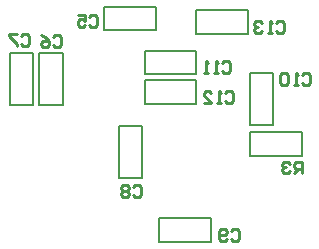
<source format=gbo>
G04*
G04 #@! TF.GenerationSoftware,Altium Limited,Altium Designer,18.1.2 (67)*
G04*
G04 Layer_Color=32896*
%FSLAX43Y43*%
%MOMM*%
G71*
G01*
G75*
%ADD10C,0.200*%
%ADD11C,0.250*%
D10*
X19100Y18000D02*
Y22400D01*
X17100Y18000D02*
Y22400D01*
Y18000D02*
X19100D01*
X17100Y22400D02*
X19100D01*
X22600Y24300D02*
Y26300D01*
X27000Y24300D02*
Y26300D01*
X22600Y24300D02*
X27000D01*
X22600Y26300D02*
X27000D01*
X16600Y18000D02*
Y22400D01*
X14600Y18000D02*
Y22400D01*
Y18000D02*
X16600D01*
X14600Y22400D02*
X16600D01*
X30400Y24000D02*
X34800D01*
X30400Y26000D02*
X34800D01*
X30400Y24000D02*
Y26000D01*
X34800Y24000D02*
Y26000D01*
X26000Y20600D02*
X30400D01*
X26000Y22600D02*
X30400D01*
X26000Y20600D02*
Y22600D01*
X30400Y20600D02*
Y22600D01*
X26000Y18100D02*
X30400D01*
X26000Y20100D02*
X30400D01*
X26000Y18100D02*
Y20100D01*
X30400Y18100D02*
Y20100D01*
X25800Y11800D02*
Y16200D01*
X23800Y11800D02*
Y16200D01*
Y11800D02*
X25800D01*
X23800Y16200D02*
X25800D01*
X34900Y16300D02*
Y20700D01*
X36900Y16300D02*
Y20700D01*
X34900D02*
X36900D01*
X34900Y16300D02*
X36900D01*
X34900Y13700D02*
X39300D01*
X34900Y15700D02*
X39300D01*
X34900Y13700D02*
Y15700D01*
X39300Y13700D02*
Y15700D01*
X27200Y8400D02*
X31600D01*
X27200Y6400D02*
X31600D01*
Y8400D01*
X27200Y6400D02*
Y8400D01*
D11*
X37134Y24933D02*
X37300Y25100D01*
X37633D01*
X37800Y24933D01*
Y24267D01*
X37633Y24100D01*
X37300D01*
X37134Y24267D01*
X36800Y24100D02*
X36467D01*
X36634D01*
Y25100D01*
X36800Y24933D01*
X35967D02*
X35801Y25100D01*
X35467D01*
X35301Y24933D01*
Y24766D01*
X35467Y24600D01*
X35634D01*
X35467D01*
X35301Y24433D01*
Y24267D01*
X35467Y24100D01*
X35801D01*
X35967Y24267D01*
X39300Y12200D02*
Y13200D01*
X38800D01*
X38634Y13033D01*
Y12700D01*
X38800Y12533D01*
X39300D01*
X38967D02*
X38634Y12200D01*
X38300Y13033D02*
X38134Y13200D01*
X37800D01*
X37634Y13033D01*
Y12866D01*
X37800Y12700D01*
X37967D01*
X37800D01*
X37634Y12533D01*
Y12367D01*
X37800Y12200D01*
X38134D01*
X38300Y12367D01*
X32834Y19033D02*
X33000Y19200D01*
X33333D01*
X33500Y19033D01*
Y18367D01*
X33333Y18200D01*
X33000D01*
X32834Y18367D01*
X32500Y18200D02*
X32167D01*
X32334D01*
Y19200D01*
X32500Y19033D01*
X31001Y18200D02*
X31667D01*
X31001Y18866D01*
Y19033D01*
X31167Y19200D01*
X31501D01*
X31667Y19033D01*
X32534Y21533D02*
X32700Y21700D01*
X33033D01*
X33200Y21533D01*
Y20867D01*
X33033Y20700D01*
X32700D01*
X32534Y20867D01*
X32200Y20700D02*
X31867D01*
X32034D01*
Y21700D01*
X32200Y21533D01*
X31367Y20700D02*
X31034D01*
X31201D01*
Y21700D01*
X31367Y21533D01*
X39334Y20533D02*
X39500Y20700D01*
X39833D01*
X40000Y20533D01*
Y19867D01*
X39833Y19700D01*
X39500D01*
X39334Y19867D01*
X39000Y19700D02*
X38667D01*
X38834D01*
Y20700D01*
X39000Y20533D01*
X38167D02*
X38001Y20700D01*
X37667D01*
X37501Y20533D01*
Y19867D01*
X37667Y19700D01*
X38001D01*
X38167Y19867D01*
Y20533D01*
X33334Y7333D02*
X33500Y7500D01*
X33833D01*
X34000Y7333D01*
Y6667D01*
X33833Y6500D01*
X33500D01*
X33334Y6667D01*
X33000D02*
X32834Y6500D01*
X32500D01*
X32334Y6667D01*
Y7333D01*
X32500Y7500D01*
X32834D01*
X33000Y7333D01*
Y7166D01*
X32834Y7000D01*
X32334D01*
X25034Y11033D02*
X25200Y11200D01*
X25533D01*
X25700Y11033D01*
Y10367D01*
X25533Y10200D01*
X25200D01*
X25034Y10367D01*
X24700Y11033D02*
X24534Y11200D01*
X24200D01*
X24034Y11033D01*
Y10866D01*
X24200Y10700D01*
X24034Y10533D01*
Y10367D01*
X24200Y10200D01*
X24534D01*
X24700Y10367D01*
Y10533D01*
X24534Y10700D01*
X24700Y10866D01*
Y11033D01*
X24534Y10700D02*
X24200D01*
X15534Y23833D02*
X15700Y24000D01*
X16033D01*
X16200Y23833D01*
Y23167D01*
X16033Y23000D01*
X15700D01*
X15534Y23167D01*
X15200Y24000D02*
X14534D01*
Y23833D01*
X15200Y23167D01*
Y23000D01*
X18234Y23733D02*
X18400Y23900D01*
X18733D01*
X18900Y23733D01*
Y23067D01*
X18733Y22900D01*
X18400D01*
X18234Y23067D01*
X17234Y23900D02*
X17567Y23733D01*
X17900Y23400D01*
Y23067D01*
X17734Y22900D01*
X17400D01*
X17234Y23067D01*
Y23233D01*
X17400Y23400D01*
X17900D01*
X21334Y25433D02*
X21500Y25600D01*
X21833D01*
X22000Y25433D01*
Y24767D01*
X21833Y24600D01*
X21500D01*
X21334Y24767D01*
X20334Y25600D02*
X21000D01*
Y25100D01*
X20667Y25266D01*
X20500D01*
X20334Y25100D01*
Y24767D01*
X20500Y24600D01*
X20834D01*
X21000Y24767D01*
M02*

</source>
